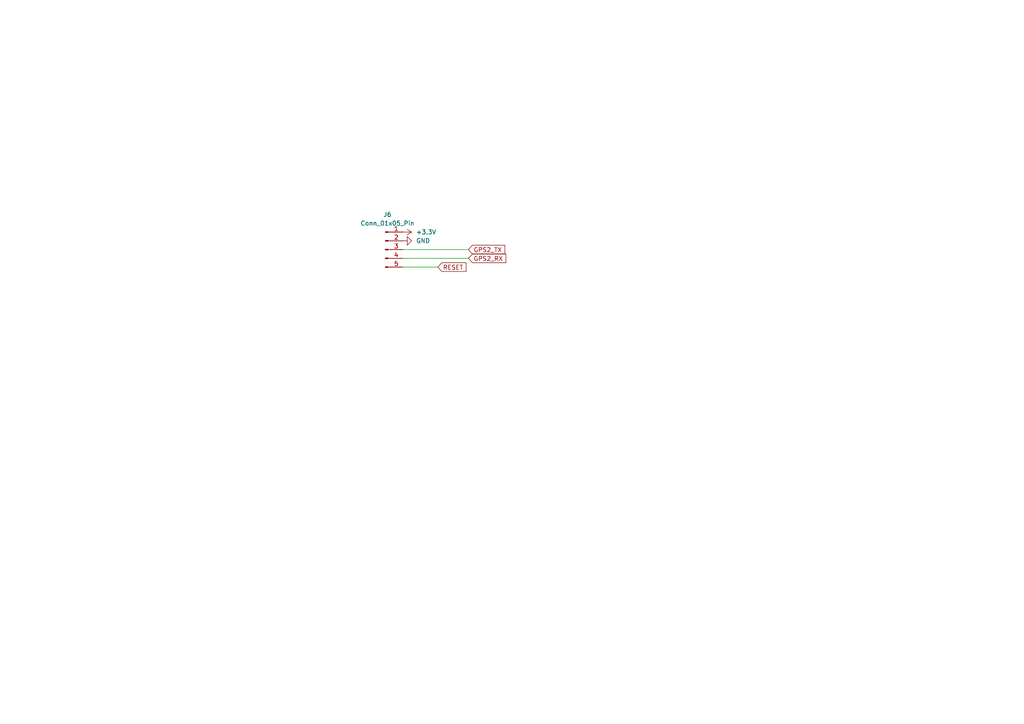
<source format=kicad_sch>
(kicad_sch (version 20250114) (generator "eeschema") (generator_version "9.0")
  (paper "A4")
  (lib_symbols
    (symbol "Connector:Conn_01x05_Pin" (pin_names (offset 1.016) (hide yes))
      (property "Reference" "J" (at 0 7.62 0))
      (property "Value" "Conn_01x05_Pin" (at 0 -7.62 0))
      (symbol "Conn_01x05_Pin_1_1"
        (rectangle (start 0.8636 5.207) (end 0 4.953) (stroke (width 0.1524)) (fill (type outline)))
        (rectangle (start 0.8636 2.667) (end 0 2.413) (stroke (width 0.1524)) (fill (type outline)))
        (rectangle (start 0.8636 0.127) (end 0 -0.127) (stroke (width 0.1524)) (fill (type outline)))
        (rectangle (start 0.8636 -2.413) (end 0 -2.667) (stroke (width 0.1524)) (fill (type outline)))
        (rectangle (start 0.8636 -4.953) (end 0 -5.207) (stroke (width 0.1524)) (fill (type outline)))
        (polyline (pts (xy 1.27 5.08) (xy 0.8636 5.08)) (stroke (width 0.1524)))
        (polyline (pts (xy 1.27 2.54) (xy 0.8636 2.54)) (stroke (width 0.1524)))
        (polyline (pts (xy 1.27 0) (xy 0.8636 0)) (stroke (width 0.1524)))
        (polyline (pts (xy 1.27 -2.54) (xy 0.8636 -2.54)) (stroke (width 0.1524)))
        (polyline (pts (xy 1.27 -5.08) (xy 0.8636 -5.08)) (stroke (width 0.1524)))
        (pin passive line (at 5.08 5.08 180) (length 3.81) (name "Pin_1") (number "1"))
        (pin passive line (at 5.08 2.54 180) (length 3.81) (name "Pin_2") (number "2"))
        (pin passive line (at 5.08 0 180) (length 3.81) (name "Pin_3") (number "3"))
        (pin passive line (at 5.08 -2.54 180) (length 3.81) (name "Pin_4") (number "4"))
        (pin passive line (at 5.08 -5.08 180) (length 3.81) (name "Pin_5") (number "5"))
      )
    )
    (symbol "power:+3.3V" (power) (pin_numbers (hide yes)) (pin_names (offset 0) (hide yes))
      (property "Value" "+3.3V" (at 0 3.556 0))
      (symbol "+3.3V_0_1"
        (polyline (pts (xy -0.762 1.27) (xy 0 2.54)))
        (polyline (pts (xy 0 2.54) (xy 0.762 1.27)))
        (polyline (pts (xy 0 0) (xy 0 2.54)))
      )
      (symbol "+3.3V_1_1"
        (pin power_in line (at 0 0 90) (length 0) (name "~") (number "1"))
      )
    )
    (symbol "power:GND" (power) (pin_numbers (hide yes)) (pin_names (offset 0) (hide yes))
      (property "Value" "GND" (at 0 -3.81 0))
      (symbol "GND_0_1"
        (polyline (pts (xy 0 0) (xy 0 -1.27) (xy 1.27 -1.27) (xy 0 -2.54) (xy -1.27 -1.27) (xy 0 -1.27)))
      )
      (symbol "GND_1_1"
        (pin power_in line (at 0 0 270) (length 0) (name "~") (number "1"))
      )
    )
  )
  (wire (pts (xy 116.84 74.93) (xy 135.89 74.93)))
  (wire (pts (xy 127 77.47) (xy 116.84 77.47)))
  (wire (pts (xy 116.84 72.39) (xy 135.89 72.39)))
  (global_label "RESET" (shape input) (at 127 77.47 0) (property "Intersheetrefs" "${INTERSHEET_REFS}" (effects (hide yes))))
  (global_label "GPS2_TX" (shape input) (at 135.89 72.39 0) (property "Intersheetrefs" "${INTERSHEET_REFS}" (effects (hide yes))))
  (global_label "GPS2_RX" (shape input) (at 135.89 74.93 0) (property "Intersheetrefs" "${INTERSHEET_REFS}" (effects (hide yes))))
  (symbol (lib_id "power:GND") (at 116.84 69.85 90) (unit 1)
    (property "Reference" "#PWR056" (effects (hide yes)))
    (property "Value" "GND" (at 120.65 69.8499 90) (effects (justify right)))
    (property "Description" "Power symbol creates a global label with name \"GND\" , ground" (effects (hide yes)))
  )
  (symbol (lib_id "power:+3.3V") (at 116.84 67.31 270) (unit 1)
    (property "Reference" "#PWR055" (effects (hide yes)))
    (property "Value" "+3.3V" (at 120.65 67.3099 90) (effects (justify left)))
    (property "Description" "Power symbol creates a global label with name \"+3.3V\"" (effects (hide yes)))
  )
  (symbol (lib_id "Connector:Conn_01x05_Pin") (at 111.76 72.39 0) (unit 1)
    (property "Reference" "J6" (at 112.395 62.23 0))
    (property "Value" "Conn_01x05_Pin" (at 112.395 64.77 0))
    (property "Footprint" "Library:JST_B5B-XH-A" (effects (hide yes)))
    (property "Description" "Generic connector, single row, 01x05, script generated" (effects (hide yes)))
    (property "LCSC Part" "C157991" (effects (hide yes)))
  )
)
</source>
